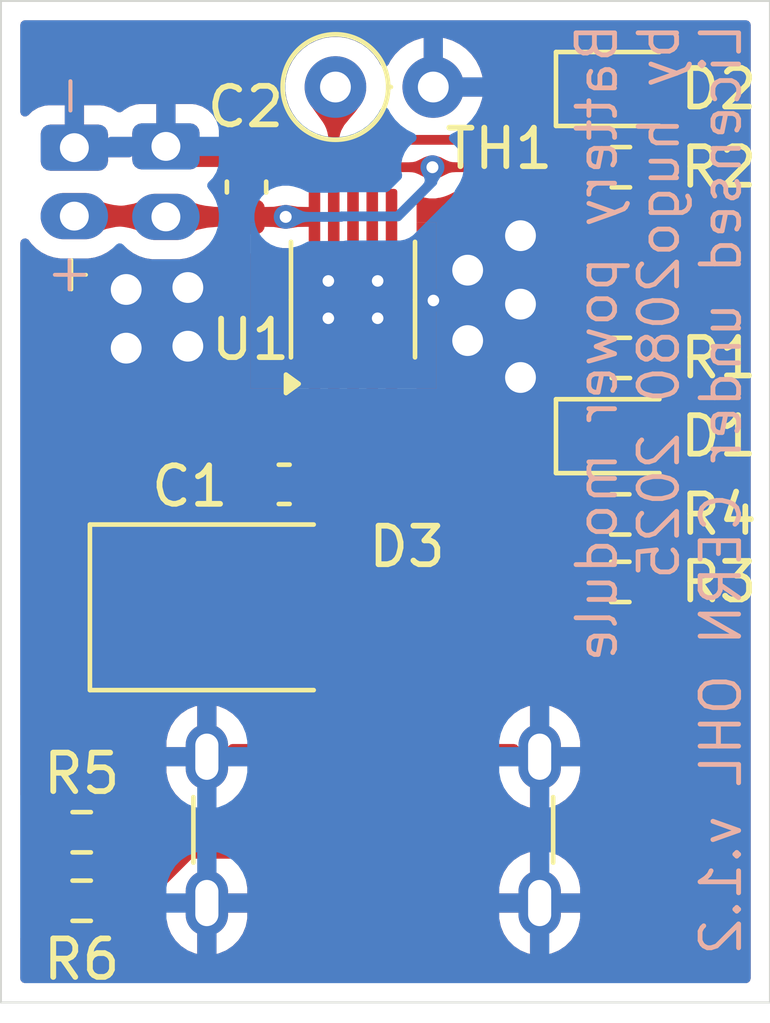
<source format=kicad_pcb>
(kicad_pcb (version 20241229) (generator "pcbnew") (generator_version "9.0")
  (layers (0 "F.Cu" signal) (2 "B.Cu" signal) (13 "F.Paste" user) (15 "B.Paste" user) (5 "F.SilkS" user "F.Silkscreen") (7 "B.SilkS" user "B.Silkscreen") (1 "F.Mask" user) (3 "B.Mask" user) (25 "Edge.Cuts" user))
  (net 0 "")
  (net 1 "GND")
  (net 2 "VCC")
  (net 3 "Net-(D1-A)")
  (net 4 "Net-(D2-A)")
  (net 6 "/VBUS")
  (net 7 "/PG")
  (net 8 "/CHG")
  (net 9 "/ISET")
  (net 10 "/PRETERM")
  (net 11 "/TS")
  (net 12 "/CC1")
  (net 13 "/CC2")
  (footprint "Package_SO:HVSSOP-10-1EP_3x3mm_P0.5mm_EP1.57x1.88mm_ThermalVias" (layer "F.Cu") (at 129.154 101.736 90)
    (property "Reference" "U1" (at -1.039 -2.662 180) (layer "F.SilkS"))
    (property "Value" "BQ24090DGQ" (hide yes))
    (fp_line (start 0 -1.61) (end 1.5 -1.61) (stroke (width 0.12)) (layer "F.SilkS"))
    (fp_line (start 0 -1.61) (end -1.5 -1.61) (stroke (width 0.12)) (layer "F.SilkS"))
    (fp_line (start 0 1.61) (end 1.5 1.61) (stroke (width 0.12)) (layer "F.SilkS"))
    (fp_line (start 0 1.61) (end -1.5 1.61) (stroke (width 0.12)) (layer "F.SilkS"))
    (fp_poly (pts (xy -2.1875 -1.41) (xy -2.4275 -1.74) (xy -1.9475 -1.74) (xy -2.1875 -1.41)) (stroke (width 0.12)) (fill yes) (layer "F.SilkS"))
    (pad "1" smd roundrect (at -2.15 -1 90) (size 1.45 0.3) (layers "F.Cu" "F.Mask" "F.Paste") (net 6 "/VBUS"))
    (pad "2" smd roundrect (at -2.15 -0.5 90) (size 1.45 0.3) (layers "F.Cu" "F.Mask" "F.Paste") (net 9 "/ISET"))
    (pad "3" smd roundrect (at -2.15 0 90) (size 1.45 0.3) (layers "F.Cu" "F.Mask" "F.Paste") (net 1 "GND"))
    (pad "4" smd roundrect (at -2.15 0.5 90) (size 1.45 0.3) (layers "F.Cu" "F.Mask" "F.Paste") (net 10 "/PRETERM"))
    (pad "5" smd roundrect (at -2.15 1 90) (size 1.45 0.3) (layers "F.Cu" "F.Mask" "F.Paste") (net 7 "/PG"))
    (pad "6" smd roundrect (at 2.15 1 90) (size 1.45 0.3) (layers "F.Cu" "F.Mask" "F.Paste"))
    (pad "7" smd roundrect (at 2.15 0.5 90) (size 1.45 0.3) (layers "F.Cu" "F.Mask" "F.Paste") (net 2 "VCC"))
    (pad "8" smd roundrect (at 2.15 0 90) (size 1.45 0.3) (layers "F.Cu" "F.Mask" "F.Paste") (net 8 "/CHG"))
    (pad "9" smd roundrect (at 2.15 -0.5 90) (size 1.45 0.3) (layers "F.Cu" "F.Mask" "F.Paste") (net 11 "/TS"))
    (pad "10" smd roundrect (at 2.15 -1 90) (size 1.45 0.3) (layers "F.Cu" "F.Mask" "F.Paste") (net 2 "VCC"))
    (pad "11" thru_hole circle (at -0.485 -0.64 90) (size 0.6 0.6) (drill 0.3) (property pad_prop_heatsink) (layers "*.Cu") (net 1 "GND"))
    (pad "11" thru_hole circle (at -0.485 0.64 90) (size 0.6 0.6) (drill 0.3) (property pad_prop_heatsink) (layers "*.Cu") (net 1 "GND"))
    (pad "11" smd rect (at 0 0 90) (size 1.57 1.88) (property pad_prop_heatsink) (layers "F.Cu" "F.Mask") (net 1 "GND"))
    (pad "11" smd rect (at 0 0 90) (size 1.57 1.88) (property pad_prop_heatsink) (layers "B.Cu") (net 1 "GND"))
    (pad "11" thru_hole circle (at 0.485 -0.64 90) (size 0.6 0.6) (drill 0.3) (property pad_prop_heatsink) (layers "*.Cu") (net 1 "GND"))
    (pad "11" thru_hole circle (at 0.485 0.64 90) (size 0.6 0.6) (drill 0.3) (property pad_prop_heatsink) (layers "*.Cu") (net 1 "GND"))
  )
  (footprint "LED_SMD:LED_0805_2012Metric" (layer "F.Cu") (at 136.1087 105.283)
    (property "Reference" "D1" (at 2.54 0 0) (layer "F.SilkS"))
    (property "Value" "GREEN" (hide yes))
    (fp_line (start -1.685 -0.96) (end -1.685 0.96) (stroke (width 0.12)) (layer "F.SilkS"))
    (fp_line (start -1.685 0.96) (end 1 0.96) (stroke (width 0.12)) (layer "F.SilkS"))
    (fp_line (start 1 -0.96) (end -1.685 -0.96) (stroke (width 0.12)) (layer "F.SilkS"))
    (pad "1" smd roundrect (at -0.9375 0) (size 0.975 1.4) (layers "F.Cu" "F.Mask" "F.Paste") (net 7 "/PG"))
    (pad "2" smd roundrect (at 0.9375 0) (size 0.975 1.4) (layers "F.Cu" "F.Mask" "F.Paste") (net 3 "Net-(D1-A)"))
  )
  (footprint "Resistor_THT:R_Axial_DIN0207_L6.3mm_D2.5mm_P2.54mm_Vertical" (layer "F.Cu") (at 128.6982 96.2152)
    (property "Reference" "TH1" (at 4.2454 1.6002 0) (layer "F.SilkS"))
    (property "Value" "Thermistor_NTC" (hide yes))
    (fp_line (start 1.37 0) (end 1.44 0) (stroke (width 0.12)) (layer "F.SilkS"))
    (fp_circle (center 0 0) (end 1.37 0) (stroke (width 0.12)) (fill no) (layer "F.SilkS"))
    (pad "1" thru_hole circle (at 0 0) (size 1.6 1.6) (drill 0.8) (layers "*.Cu" "*.Mask") (net 11 "/TS"))
    (pad "2" thru_hole oval (at 2.54 0) (size 1.6 1.6) (drill 0.8) (layers "*.Cu" "*.Mask") (net 1 "GND"))
  )
  (footprint "Resistor_SMD:R_0603_1608Metric" (layer "F.Cu") (at 122.11 117.348 180)
    (property "Reference" "R6" (at 0 -1.524 0) (layer "F.SilkS"))
    (property "Value" "5,1k" (hide yes))
    (fp_line (start -0.237258 0.5225) (end 0.237258 0.5225) (stroke (width 0.12)) (layer "F.SilkS"))
    (fp_line (start -0.237258 -0.5225) (end 0.237258 -0.5225) (stroke (width 0.12)) (layer "F.SilkS"))
    (pad "1" smd roundrect (at -0.825 0 180) (size 0.8 0.95) (layers "F.Cu" "F.Mask" "F.Paste") (net 13 "/CC2"))
    (pad "2" smd roundrect (at 0.825 0 180) (size 0.8 0.95) (layers "F.Cu" "F.Mask" "F.Paste") (net 1 "GND"))
  )
  (footprint "" (layer "F.Cu") (at 121.92 97.79)
    (property "Reference" "" (at 0 0 0) (layer "F.SilkS") (effects (font (size 1.27 1.27))))
    (property "Value" "")
    (pad "1" thru_hole roundrect (at 0 0 270) (size 1.2 1.75) (drill 0.75) (layers "*.Cu" "*.Mask") (roundrect_rratio 0.208333) (net 1 "GND"))
  )
  (footprint "Connector_USB:USB_C_Receptacle_GCT_USB4125-xx-x-0190_6P_TopMnt_Horizontal" (layer "F.Cu") (at 129.68 116.6078)
    (property "Reference" "J1" (hide yes))
    (property "Value" "USB_C_Receptacle_PowerOnly_6P" (hide yes))
    (fp_line (start -4.67 -0.25) (end -4.67 -1.95) (stroke (width 0.12)) (layer "F.SilkS"))
    (fp_line (start 4.67 -0.25) (end 4.67 -1.95) (stroke (width 0.12)) (layer "F.SilkS"))
    (pad "A5" smd roundrect (at -0.5 -3.08) (size 0.7 1.2) (layers "F.Cu" "F.Mask" "F.Paste") (net 12 "/CC1"))
    (pad "A9" smd roundrect (at 1.52 -3.08 180) (size 0.76 1.2) (layers "F.Cu" "F.Mask" "F.Paste") (net 6 "/VBUS"))
    (pad "A12" smd roundrect (at 2.75 -3.08 180) (size 0.8 1.2) (layers "F.Cu" "F.Mask" "F.Paste") (net 1 "GND"))
    (pad "B5" smd roundrect (at 0.5 -3.08 180) (size 0.7 1.2) (layers "F.Cu" "F.Mask" "F.Paste") (net 13 "/CC2"))
    (pad "B9" smd roundrect (at -1.52 -3.08) (size 0.76 1.2) (layers "F.Cu" "F.Mask" "F.Paste") (net 6 "/VBUS"))
    (pad "B12" smd roundrect (at -2.75 -3.08) (size 0.8 1.2) (layers "F.Cu" "F.Mask" "F.Paste") (net 1 "GND"))
    (pad "S1" thru_hole oval (at -4.32 -3) (size 1.1 1.7) (drill oval 0.6 1.2) (property pad_prop_heatsink) (layers "*.Cu" "*.Mask" "F.Paste") (net 1 "GND"))
    (pad "S1" thru_hole oval (at -4.32 0.8) (size 1.1 1.7) (drill oval 0.6 1.2) (property pad_prop_heatsink) (layers "*.Cu" "*.Mask" "F.Paste") (net 1 "GND"))
    (pad "S1" thru_hole oval (at 4.32 -3) (size 1.1 1.7) (drill oval 0.6 1.2) (property pad_prop_heatsink) (layers "*.Cu" "*.Mask" "F.Paste") (net 1 "GND"))
    (pad "S1" thru_hole oval (at 4.32 0.8) (size 1.1 1.7) (drill oval 0.6 1.2) (property pad_prop_heatsink) (layers "*.Cu" "*.Mask" "F.Paste") (net 1 "GND"))
  )
  (footprint "Resistor_SMD:R_0603_1608Metric" (layer "F.Cu") (at 122.111 115.57 180)
    (property "Reference" "R5" (at 0 1.524 0) (layer "F.SilkS"))
    (property "Value" "5,1k" (hide yes))
    (fp_line (start -0.237258 0.5225) (end 0.237258 0.5225) (stroke (width 0.12)) (layer "F.SilkS"))
    (fp_line (start -0.237258 -0.5225) (end 0.237258 -0.5225) (stroke (width 0.12)) (layer "F.SilkS"))
    (pad "1" smd roundrect (at -0.825 0 180) (size 0.8 0.95) (layers "F.Cu" "F.Mask" "F.Paste") (net 12 "/CC1"))
    (pad "2" smd roundrect (at 0.825 0 180) (size 0.8 0.95) (layers "F.Cu" "F.Mask" "F.Paste") (net 1 "GND"))
  )
  (footprint "LED_SMD:LED_0805_2012Metric" (layer "F.Cu") (at 136.1087 96.266)
    (property "Reference" "D2" (at 2.54 0 0) (layer "F.SilkS"))
    (property "Value" "RED" (hide yes))
    (fp_line (start -1.685 -0.96) (end -1.685 0.96) (stroke (width 0.12)) (layer "F.SilkS"))
    (fp_line (start -1.685 0.96) (end 1 0.96) (stroke (width 0.12)) (layer "F.SilkS"))
    (fp_line (start 1 -0.96) (end -1.685 -0.96) (stroke (width 0.12)) (layer "F.SilkS"))
    (pad "1" smd roundrect (at -0.9375 0) (size 0.975 1.4) (layers "F.Cu" "F.Mask" "F.Paste") (net 8 "/CHG"))
    (pad "2" smd roundrect (at 0.9375 0) (size 0.975 1.4) (layers "F.Cu" "F.Mask" "F.Paste") (net 4 "Net-(D2-A)"))
  )
  (footprint "Capacitor_SMD:C_0603_1608Metric" (layer "F.Cu") (at 126.3904 98.8126 90)
    (property "Reference" "C2" (at 2.0828 -0.0254 180) (layer "F.SilkS"))
    (property "Value" "1u" (hide yes))
    (fp_line (start -0.14058 -0.51) (end 0.14058 -0.51) (stroke (width 0.12)) (layer "F.SilkS"))
    (fp_line (start -0.14058 0.51) (end 0.14058 0.51) (stroke (width 0.12)) (layer "F.SilkS"))
    (pad "1" smd roundrect (at -0.775 0 90) (size 0.9 0.95) (layers "F.Cu" "F.Mask" "F.Paste") (net 2 "VCC"))
    (pad "2" smd roundrect (at 0.775 0 90) (size 0.9 0.95) (layers "F.Cu" "F.Mask" "F.Paste") (net 1 "GND"))
  )
  (footprint "Diode_SMD:D_SMB" (layer "F.Cu") (at 125.984 109.728)
    (property "Reference" "D3" (at 4.572 -1.5748 0) (layer "F.SilkS"))
    (property "Value" "D_TVS")
    (fp_line (start -3.66 -2.15) (end -3.66 2.15) (stroke (width 0.12)) (layer "F.SilkS"))
    (fp_line (start -3.66 -2.15) (end 2.15 -2.15) (stroke (width 0.12)) (layer "F.SilkS"))
    (fp_line (start -3.66 2.15) (end 2.15 2.15) (stroke (width 0.12)) (layer "F.SilkS"))
    (pad "1" smd roundrect (at -2.15 0) (size 2.5 2.3) (layers "F.Cu" "F.Mask" "F.Paste") (roundrect_rratio 0.1086956522) (net 1 "GND"))
    (pad "2" smd roundrect (at 2.15 0) (size 2.5 2.3) (layers "F.Cu" "F.Mask" "F.Paste") (roundrect_rratio 0.1086956522) (net 6 "/VBUS"))
  )
  (footprint "Capacitor_SMD:C_0603_1608Metric" (layer "F.Cu") (at 127.368 106.5342 180)
    (property "Reference" "C1" (at 2.4508 -0.0508 0) (layer "F.SilkS"))
    (property "Value" "1u" (hide yes))
    (fp_line (start -0.14058 0.51) (end 0.14058 0.51) (stroke (width 0.12)) (layer "F.SilkS"))
    (fp_line (start -0.14058 -0.51) (end 0.14058 -0.51) (stroke (width 0.12)) (layer "F.SilkS"))
    (pad "1" smd roundrect (at -0.775 0 180) (size 0.9 0.95) (layers "F.Cu" "F.Mask" "F.Paste") (net 6 "/VBUS"))
    (pad "2" smd roundrect (at 0.775 0 180) (size 0.9 0.95) (layers "F.Cu" "F.Mask" "F.Paste") (net 1 "GND"))
  )
  (footprint "Connector_JST:JST_PH_B2B-PH-K_1x02_P2.00mm_Vertical" (layer "F.Cu") (at 124.297 97.757 -90)
    (property "Reference" "J2" (hide yes))
    (property "Value" "Conn_01x02" (hide yes))
    (pad "1" thru_hole roundrect (at 0 0 270) (size 1.2 1.75) (drill 0.75) (layers "*.Cu" "*.Mask") (roundrect_rratio 0.208333) (net 1 "GND"))
    (pad "2" thru_hole oval (at 1.8306 0 270) (size 1.2 1.75) (drill 0.75) (layers "*.Cu" "*.Mask") (net 2 "VCC"))
  )
  (footprint "" (layer "F.Cu") (at 121.919 99.568)
    (property "Reference" "" (at 0 0 0) (layer "F.SilkS") (effects (font (size 1.27 1.27))))
    (property "Value" "")
    (pad "2" thru_hole oval (at 0 0 270) (size 1.2 1.75) (drill 0.75) (layers "*.Cu" "*.Mask") (net 2 "VCC"))
  )
  (footprint "Resistor_SMD:R_0603_1608Metric" (layer "F.Cu") (at 136.0932 107.315 180)
    (property "Reference" "R4" (at -2.5555 0 0) (layer "F.SilkS"))
    (property "Value" "2k" (hide yes))
    (fp_line (start -0.237258 0.5225) (end 0.237258 0.5225) (stroke (width 0.12)) (layer "F.SilkS"))
    (fp_line (start -0.237258 -0.5225) (end 0.237258 -0.5225) (stroke (width 0.12)) (layer "F.SilkS"))
    (pad "1" smd roundrect (at -0.825 0 180) (size 0.8 0.95) (layers "F.Cu" "F.Mask" "F.Paste") (net 1 "GND"))
    (pad "2" smd roundrect (at 0.825 0 180) (size 0.8 0.95) (layers "F.Cu" "F.Mask" "F.Paste") (net 10 "/PRETERM"))
  )
  (footprint "Resistor_SMD:R_0603_1608Metric" (layer "F.Cu") (at 136.1087 103.251 180)
    (property "Reference" "R1" (at -2.54 0 0) (layer "F.SilkS"))
    (property "Value" "1,5k" (hide yes))
    (fp_line (start -0.237258 0.5225) (end 0.237258 0.5225) (stroke (width 0.12)) (layer "F.SilkS"))
    (fp_line (start -0.237258 -0.5225) (end 0.237258 -0.5225) (stroke (width 0.12)) (layer "F.SilkS"))
    (pad "1" smd roundrect (at -0.825 0 180) (size 0.8 0.95) (layers "F.Cu" "F.Mask" "F.Paste") (net 3 "Net-(D1-A)"))
    (pad "2" smd roundrect (at 0.825 0 180) (size 0.8 0.95) (layers "F.Cu" "F.Mask" "F.Paste") (net 2 "VCC"))
  )
  (footprint "Resistor_SMD:R_0603_1608Metric" (layer "F.Cu") (at 136.1087 98.298 180)
    (property "Reference" "R2" (at -2.54 0 0) (layer "F.SilkS"))
    (property "Value" "1,5k" (hide yes))
    (fp_line (start -0.237258 0.5225) (end 0.237258 0.5225) (stroke (width 0.12)) (layer "F.SilkS"))
    (fp_line (start -0.237258 -0.5225) (end 0.237258 -0.5225) (stroke (width 0.12)) (layer "F.SilkS"))
    (pad "1" smd roundrect (at -0.825 0 180) (size 0.8 0.95) (layers "F.Cu" "F.Mask" "F.Paste") (net 4 "Net-(D2-A)"))
    (pad "2" smd roundrect (at 0.825 0 180) (size 0.8 0.95) (layers "F.Cu" "F.Mask" "F.Paste") (net 2 "VCC"))
  )
  (footprint "Resistor_SMD:R_0603_1608Metric" (layer "F.Cu") (at 136.0932 109.0676 180)
    (property "Reference" "R3" (at -2.5555 0 0) (layer "F.SilkS"))
    (property "Value" "1k" (hide yes))
    (fp_line (start -0.237258 0.5225) (end 0.237258 0.5225) (stroke (width 0.12)) (layer "F.SilkS"))
    (fp_line (start -0.237258 -0.5225) (end 0.237258 -0.5225) (stroke (width 0.12)) (layer "F.SilkS"))
    (pad "1" smd roundrect (at -0.825 0 180) (size 0.8 0.95) (layers "F.Cu" "F.Mask" "F.Paste") (net 1 "GND"))
    (pad "2" smd roundrect (at 0.825 0 180) (size 0.8 0.95) (layers "F.Cu" "F.Mask" "F.Paste") (net 9 "/ISET"))
  )
  (gr_line (start 139.9794 93.98) (end 139.9794 119.9896) (stroke (width 0.05)) (layer "Edge.Cuts"))
  (gr_line (start 126.492 93.98) (end 139.9794 93.98) (stroke (width 0.05)) (layer "Edge.Cuts"))
  (gr_line (start 120.015 119.9896) (end 120.015 93.98) (stroke (width 0.05)) (layer "Edge.Cuts"))
  (gr_line (start 139.9794 119.9896) (end 120.015 119.9896) (stroke (width 0.05)) (layer "Edge.Cuts"))
  (gr_line (start 120.015 93.98) (end 126.492 93.98) (stroke (width 0.05)) (layer "Edge.Cuts"))
  (gr_text "-" (at 122.3264 97.1296 90) (layer "F.SilkS") (effects (font (size 1 1) (thickness 0.1)) (justify left bottom)))
  (gr_text "+" (at 121.158 101.6 0) (layer "F.SilkS") (effects (font (size 1 1) (thickness 0.1)) (justify left bottom)))
  (gr_text "+" (at 122.4788 101.6 -0) (layer "B.SilkS") (effects (font (size 1 1) (thickness 0.1)) (justify left bottom mirror)))
  (gr_text "-" (at 121.3104 97.1296 -90) (layer "B.SilkS") (effects (font (size 1 1) (thickness 0.1)) (justify left bottom mirror)))
  (gr_text "Battery power module\nby hugo2080 2025\nLicensed under CERN OHL v.1.2" (at 139.2936 94.488 90) (layer "B.SilkS") (effects (font (size 1 1) (thickness 0.125)) (justify left bottom mirror)))
  (segment (start 124.5776 98.0376) (end 126.3904 98.0376) (width 0.508) (layer "F.Cu") (net 1))
  (segment (start 124.297 97.757) (end 124.5776 98.0376) (width 0.508) (layer "F.Cu") (net 1))
  (segment (start 129.154 103.886) (end 129.154 101.736) (width 0.254) (layer "F.Cu") (net 1))
  (via (at 133.5024 103.759) (size 1.34) (drill 0.8) (layers "F.Cu" "B.Cu") (net 1))
  (via (at 124.8664 101.4222) (size 1.34) (drill 0.8) (layers "F.Cu" "B.Cu") (net 1))
  (via (at 132.1308 102.8004) (size 1.34) (drill 0.8) (layers "F.Cu" "B.Cu") (net 1))
  (via (at 124.8664 102.9462) (size 1.34) (drill 0.8) (layers "F.Cu" "B.Cu") (net 1))
  (via (at 123.2662 101.473) (size 1.34) (drill 0.8) (layers "F.Cu" "B.Cu") (net 1))
  (via (at 123.2662 102.997) (size 1.34) (drill 0.8) (layers "F.Cu" "B.Cu") (net 1))
  (via (at 133.5024 100.076) (size 1.34) (drill 0.8) (layers "F.Cu" "B.Cu") (net 1))
  (via (at 132.1308 100.9716) (size 1.34) (drill 0.8) (layers "F.Cu" "B.Cu") (net 1))
  (via (at 131.2418 101.759) (size 0.6) (drill 0.3) (layers "F.Cu" "B.Cu") (net 1))
  (via (at 133.5024 101.854) (size 1.34) (drill 0.8) (layers "F.Cu" "B.Cu") (net 1))
  (segment (start 135.23155 98.32475) (end 135.2837 98.2726) (width 0.254) (layer "F.Cu") (net 2))
  (segment (start 121.919 99.568) (end 124.2774 99.568) (width 0.508) (layer "F.Cu") (net 2))
  (segment (start 129.654 99.586) (end 129.654 98.788992) (width 0.254) (layer "F.Cu") (net 2))
  (segment (start 135.2509 98.2398) (end 135.2837 98.2726) (width 0.254) (layer "F.Cu") (net 2))
  (segment (start 129.654 98.788992) (end 130.144992 98.298) (width 0.254) (layer "F.Cu") (net 2))
  (segment (start 130.144992 98.298) (end 131.2164 98.298) (width 0.254) (layer "F.Cu") (net 2))
  (segment (start 126.3904 99.5876) (end 127.4064 99.5876) (width 0.512) (layer "F.Cu") (net 2))
  (segment (start 127.4064 99.5876) (end 128.0454 99.5876) (width 0.512) (layer "F.Cu") (net 2))
  (segment (start 126.3904 99.5876) (end 124.4664 99.5876) (width 0.508) (layer "F.Cu") (net 2))
  (segment (start 124.4664 99.5876) (end 124.297 99.757) (width 0.508) (layer "F.Cu") (net 2))
  (segment (start 126.392 99.586) (end 126.3904 99.5876) (width 0.254) (layer "F.Cu") (net 2))
  (segment (start 124.232 99.822) (end 124.297 99.757) (width 0.508) (layer "F.Cu") (net 2))
  (segment (start 135.2837 98.0727) (end 135.2837 98.2726) (width 0.254) (layer "F.Cu") (net 2))
  (segment (start 135.2837 103.251) (end 135.2837 98.69895) (width 0.254) (layer "F.Cu") (net 2))
  (segment (start 124.2774 99.568) (end 124.297 99.5876) (width 0.508) (layer "F.Cu") (net 2))
  (segment (start 128.0454 99.5876) (end 128.047 99.586) (width 0.512) (layer "F.Cu") (net 2))
  (segment (start 131.2164 98.298) (end 135.2837 98.298) (width 0.254) (layer "F.Cu") (net 2))
  (via (at 127.4064 99.5876) (size 0.62) (drill 0.31) (layers "F.Cu" "B.Cu") (net 2))
  (via (at 131.2164 98.298) (size 0.62) (drill 0.31) (layers "F.Cu" "B.Cu") (net 2))
  (segment (start 130.3167 99.5746) (end 128.8542 99.5746) (width 0.254) (layer "B.Cu") (net 2))
  (segment (start 128.8412 99.5876) (end 127.4064 99.5876) (width 0.254) (layer "B.Cu") (net 2))
  (segment (start 130.3167 99.5746) (end 131.2164 98.6749) (width 0.254) (layer "B.Cu") (net 2))
  (segment (start 128.8542 99.5746) (end 128.8412 99.5876) (width 0.254) (layer "B.Cu") (net 2))
  (segment (start 131.2164 98.6749) (end 131.2164 98.298) (width 0.254) (layer "B.Cu") (net 2))
  (segment (start 136.9337 103.251) (end 136.9337 105.1705) (width 0.254) (layer "F.Cu") (net 3))
  (segment (start 136.9337 98.2726) (end 136.9337 96.3531) (width 0.254) (layer "F.Cu") (net 4))
  (segment (start 128.134 109.728) (end 129.8448 109.728) (width 0.512) (layer "F.Cu") (net 6))
  (segment (start 129.8448 109.728) (end 131.2 111.0832) (width 0.512) (layer "F.Cu") (net 6))
  (segment (start 128.16 109.754) (end 128.134 109.728) (width 0.512) (layer "F.Cu") (net 6))
  (segment (start 128.154 103.886) (end 128.154 105.05) (width 0.254) (layer "F.Cu") (net 6))
  (segment (start 128.154 105.05) (end 128.143 105.061) (width 0.254) (layer "F.Cu") (net 6))
  (segment (start 128.16 113.5278) (end 128.16 109.754) (width 0.512) (layer "F.Cu") (net 6))
  (segment (start 131.2 111.0832) (end 131.2 113.5278) (width 0.512) (layer "F.Cu") (net 6))
  (segment (start 128.16 106.5512) (end 128.143 106.5342) (width 0.254) (layer "F.Cu") (net 6))
  (segment (start 128.134 109.728) (end 128.134 106.5432) (width 0.512) (layer "F.Cu") (net 6))
  (segment (start 128.143 105.061) (end 128.143 106.5342) (width 0.512) (layer "F.Cu") (net 6))
  (segment (start 128.134 106.5432) (end 128.143 106.5342) (width 0.512) (layer "F.Cu") (net 6))
  (segment (start 130.154 103.886) (end 130.154 104.959163) (width 0.254) (layer "F.Cu") (net 7))
  (segment (start 130.477837 105.283) (end 135.1712 105.283) (width 0.254) (layer "F.Cu") (net 7))
  (segment (start 130.154 104.959163) (end 130.477837 105.283) (width 0.254) (layer "F.Cu") (net 7))
  (segment (start 133.096 97.5868) (end 134.4168 96.266) (width 0.254) (layer "F.Cu") (net 8))
  (segment (start 130.0038 97.5868) (end 133.096 97.5868) (width 0.254) (layer "F.Cu") (net 8))
  (segment (start 134.4168 96.266) (end 135.1712 96.266) (width 0.254) (layer "F.Cu") (net 8))
  (segment (start 129.154 98.4366) (end 130.0038 97.5868) (width 0.254) (layer "F.Cu") (net 8))
  (segment (start 129.154 99.586) (end 129.154 98.4366) (width 0.254) (layer "F.Cu") (net 8))
  (segment (start 128.654 104.746099) (end 131.714951 107.807049) (width 0.254) (layer "F.Cu") (net 9))
  (segment (start 132.975502 109.0676) (end 135.2682 109.0676) (width 0.254) (layer "F.Cu") (net 9))
  (segment (start 131.714951 107.807049) (end 132.975502 109.0676) (width 0.254) (layer "F.Cu") (net 9))
  (segment (start 128.654 103.886) (end 128.654 104.746099) (width 0.254) (layer "F.Cu") (net 9))
  (segment (start 129.654 105.102631) (end 131.866369 107.315) (width 0.254) (layer "F.Cu") (net 10))
  (segment (start 131.866369 107.315) (end 135.2682 107.315) (width 0.254) (layer "F.Cu") (net 10))
  (segment (start 129.654 103.886) (end 129.654 105.102631) (width 0.254) (layer "F.Cu") (net 10))
  (segment (start 128.654 96.9264) (end 128.749 96.8314) (width 0.254) (layer "F.Cu") (net 11))
  (segment (start 128.654 99.586) (end 128.654 96.9264) (width 0.254) (layer "F.Cu") (net 11))
  (segment (start 129.18 114.66) (end 129.18 113.5278) (width 0.254) (layer "F.Cu") (net 12))
  (segment (start 128.27 115.57) (end 129.18 114.66) (width 0.254) (layer "F.Cu") (net 12))
  (segment (start 128.27 115.57) (end 122.936 115.57) (width 0.254) (layer "F.Cu") (net 12))
  (segment (start 130.18 114.676) (end 130.18 113.805814) (width 0.254) (layer "F.Cu") (net 13))
  (segment (start 122.935 117.348) (end 123.698 117.348) (width 0.254) (layer "F.Cu") (net 13))
  (segment (start 128.7272 116.1288) (end 130.18 114.676) (width 0.254) (layer "F.Cu") (net 13))
  (segment (start 123.698 117.348) (end 124.9172 116.1288) (width 0.254) (layer "F.Cu") (net 13))
  (segment (start 124.9172 116.1288) (end 128.7272 116.1288) (width 0.254) (layer "F.Cu") (net 13))
  (zone (net 2) (net_name "VCC") (layer "F.Cu") (priority 4) (connect_pads (clearance 0.5)) (min_thickness 0.25) (fill yes (thermal_gap 0.5) (thermal_bridge_width 0.5))
    (polygon (pts (xy 128.1684 98.298) (xy 126.054296 98.298) (xy 126.054296 100.33) (xy 128.1684 100.33)))
  )
  (zone (net 1) (net_name "GND") (layer "F.Cu") (priority 2) (connect_pads yes (clearance 0.5)) (min_thickness 0.25) (fill yes (thermal_gap 0.5) (thermal_bridge_width 0.5))
    (polygon (pts (xy 126.492 99.727) (xy 131.318 99.727) (xy 131.318 104.045) (xy 126.3904 104.045)))
  )
  (zone (net 1) (net_name "GND") (layer "F.Cu") (connect_pads (clearance 0.5)) (min_thickness 0.25) (fill yes (thermal_gap 0.5) (thermal_bridge_width 0.5))
    (polygon (pts (xy 120.015 93.98) (xy 139.954 93.98) (xy 139.954 119.888) (xy 120.015 119.888)))
  )
  (zone (net 1) (net_name "GND") (layer "B.Cu") (priority 3) (connect_pads yes (clearance 0.5)) (min_thickness 0.25) (fill yes (thermal_gap 0.5) (thermal_bridge_width 0.5))
    (polygon (pts (xy 126.492 99.727) (xy 131.318 99.727) (xy 131.318 104.045) (xy 126.492 104.045)))
  )
  (zone (net 1) (net_name "GND") (layer "B.Cu") (priority 1) (connect_pads (clearance 0.5)) (min_thickness 0.25) (fill yes (thermal_gap 0.5) (thermal_bridge_width 0.5))
    (polygon (pts (xy 120.015 93.98) (xy 139.954 93.98) (xy 139.954 119.888) (xy 120.015 119.888)))
  )
)
</source>
